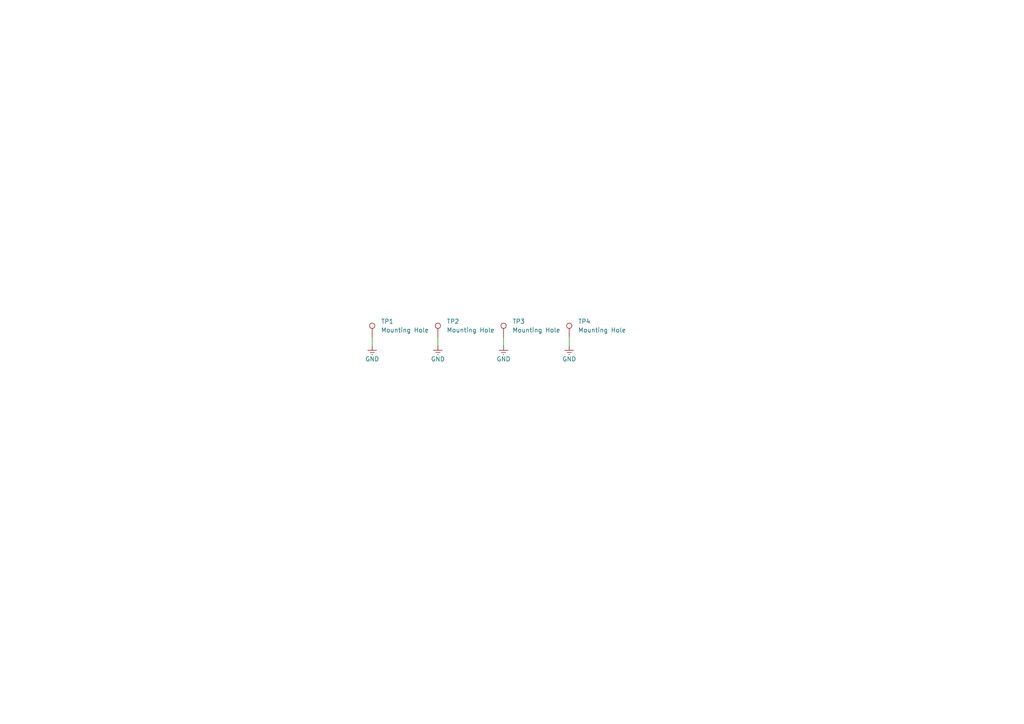
<source format=kicad_sch>
(kicad_sch (version 20231120) (generator "eeschema") (generator_version "8.0")
  (paper "A4")
  (lib_symbols
    (symbol "Connector:TestPoint" (pin_numbers hide) (pin_names (offset 0.762) hide)
      (property "Reference" "TP" (at 0 6.858 0))
      (property "Value" "TestPoint" (at 0 5.08 0))
      (symbol "TestPoint_0_1"
        (circle (center 0 3.302) (radius 0.762))
      )
      (symbol "TestPoint_1_1"
        (pin passive line (at 0 0 90) (length 2.54) (name "1") (number "1"))
      )
    )
    (symbol "power:GND" (power) (pin_numbers hide) (pin_names (offset 0) hide)
      (property "Value" "GND" (at 0 -3.81 0))
      (symbol "GND_0_1"
        (polyline (pts (xy -0.635 -1.905) (xy 0.635 -1.905)))
        (polyline (pts (xy -0.127 -2.54) (xy 0.127 -2.54)))
        (polyline (pts (xy 0 -1.27) (xy 0 0)))
        (polyline (pts (xy 1.27 -1.27) (xy -1.27 -1.27)))
      )
      (symbol "GND_1_1"
        (pin power_in line (at 0 0 270) (length 0) (name "~") (number "1"))
      )
    )
  )
  (wire (pts (xy 107.95 97.79) (xy 107.95 100.33)))
  (wire (pts (xy 127 97.79) (xy 127 100.33)))
  (wire (pts (xy 165.1 97.79) (xy 165.1 100.33)))
  (wire (pts (xy 146.05 97.79) (xy 146.05 100.33)))
  (symbol (lib_id "Connector:TestPoint") (at 146.05 97.79 0) (unit 1)
    (property "Reference" "TP3" (at 148.59 93.2179 0) (effects (justify left)))
    (property "Value" "Mounting Hole" (at 148.59 95.7579 0) (effects (justify left)))
    (property "Footprint" "MountingHole:MountingHole_2.2mm_M2_Pad_Via" (effects (hide yes)))
    (property "Description" "test point" (effects (hide yes)))
  )
  (symbol (lib_id "Connector:TestPoint") (at 165.1 97.79 0) (unit 1)
    (property "Reference" "TP4" (at 167.64 93.2179 0) (effects (justify left)))
    (property "Value" "Mounting Hole" (at 167.64 95.7579 0) (effects (justify left)))
    (property "Footprint" "MountingHole:MountingHole_2.2mm_M2_Pad_Via" (effects (hide yes)))
    (property "Description" "test point" (effects (hide yes)))
  )
  (symbol (lib_id "power:GND") (at 127 100.33 0) (unit 1)
    (property "Reference" "#PWR02" (effects (hide yes)))
    (property "Value" "GND" (at 127 104.14 0))
    (property "Description" "Power symbol creates a global label with name \"GND\" , ground" (effects (hide yes)))
  )
  (symbol (lib_id "Connector:TestPoint") (at 107.95 97.79 0) (unit 1)
    (property "Reference" "TP1" (at 110.49 93.2179 0) (effects (justify left)))
    (property "Value" "Mounting Hole" (at 110.49 95.7579 0) (effects (justify left)))
    (property "Footprint" "MountingHole:MountingHole_2.2mm_M2_Pad_Via" (effects (hide yes)))
    (property "Description" "test point" (effects (hide yes)))
  )
  (symbol (lib_id "Connector:TestPoint") (at 127 97.79 0) (unit 1)
    (property "Reference" "TP2" (at 129.54 93.2179 0) (effects (justify left)))
    (property "Value" "Mounting Hole" (at 129.54 95.7579 0) (effects (justify left)))
    (property "Footprint" "MountingHole:MountingHole_2.2mm_M2_Pad_Via" (effects (hide yes)))
    (property "Description" "test point" (effects (hide yes)))
  )
  (symbol (lib_id "power:GND") (at 107.95 100.33 0) (unit 1)
    (property "Reference" "#PWR01" (effects (hide yes)))
    (property "Value" "GND" (at 107.95 104.14 0))
    (property "Description" "Power symbol creates a global label with name \"GND\" , ground" (effects (hide yes)))
  )
  (symbol (lib_id "power:GND") (at 165.1 100.33 0) (unit 1)
    (property "Reference" "#PWR04" (effects (hide yes)))
    (property "Value" "GND" (at 165.1 104.14 0))
    (property "Description" "Power symbol creates a global label with name \"GND\" , ground" (effects (hide yes)))
  )
  (symbol (lib_id "power:GND") (at 146.05 100.33 0) (unit 1)
    (property "Reference" "#PWR03" (effects (hide yes)))
    (property "Value" "GND" (at 146.05 104.14 0))
    (property "Description" "Power symbol creates a global label with name \"GND\" , ground" (effects (hide yes)))
  )
)
</source>
